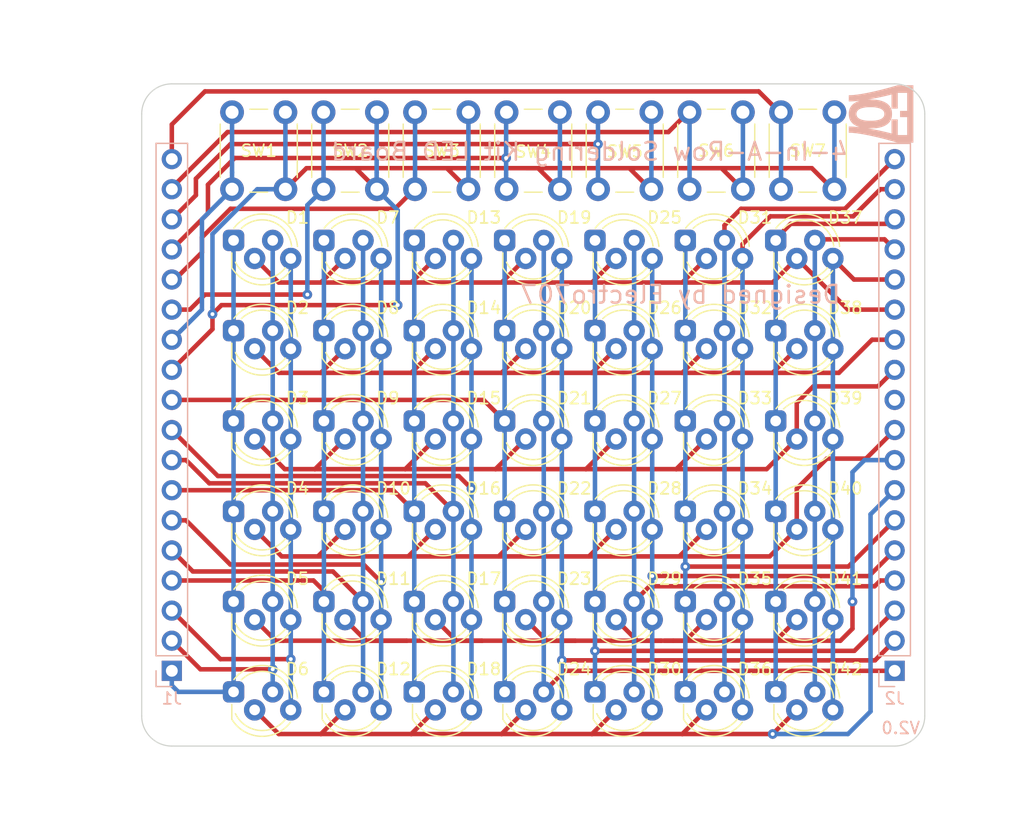
<source format=kicad_pcb>
(kicad_pcb (version 20210228) (generator pcbnew)
  (layers (0 "F.Cu" signal) (31 "B.Cu" signal) (34 "B.Paste" user) (35 "F.Paste" user) (36 "B.SilkS" user "B.Silkscreen") (37 "F.SilkS" user "F.Silkscreen") (38 "B.Mask" user) (39 "F.Mask" user) (44 "Edge.Cuts" user))
  (net 0 "")
  (net 1 "/R1")
  (net 2 "/R2")
  (net 3 "/R3")
  (net 4 "/R4")
  (net 5 "/R5")
  (net 6 "/R6")
  (net 7 "/C5G")
  (net 8 "/C5R")
  (net 9 "/C4B")
  (net 10 "/C4G")
  (net 11 "/C4R")
  (net 12 "/C3B")
  (net 13 "/C3G")
  (net 14 "/C3R")
  (net 15 "/C2B")
  (net 16 "/C2G")
  (net 17 "/C2R")
  (net 18 "/C1B")
  (net 19 "/C1G")
  (net 20 "/C1R")
  (net 21 "/C7B")
  (net 22 "/C7G")
  (net 23 "/C7R")
  (net 24 "/C6B")
  (net 25 "/C6G")
  (net 26 "/C6R")
  (net 27 "/C5B")
  (net 28 "/SW_7")
  (net 29 "/SW_6")
  (net 30 "/SW_5")
  (net 31 "/SW_4")
  (net 32 "/SW_3")
  (net 33 "/SW_2")
  (net 34 "/SW_1")
  (net 35 "/SW_C")
  (footprint "LED_THT:LED_D5.0mm-4_RGB_Staggered_Pins" (layer "F.Cu") (at 221.107 71.628)
    (fp_text reference "D26")
    (fp_text value "LED_RCGB")
  )
  (footprint "LED_THT:LED_D5.0mm-4_RGB_Staggered_Pins" (layer "F.Cu") (at 213.487 71.628)
    (fp_text reference "D20")
    (fp_text value "LED_RCGB")
  )
  (footprint "LED_THT:LED_D5.0mm-4_RGB_Staggered_Pins" (layer "F.Cu") (at 205.867 71.628)
    (fp_text reference "D14")
    (fp_text value "LED_RCGB")
  )
  (footprint "LED_THT:LED_D5.0mm-4_RGB_Staggered_Pins" (layer "F.Cu") (at 198.247 71.628)
    (fp_text reference "D8")
    (fp_text value "LED_RCGB")
  )
  (footprint "LED_THT:LED_D5.0mm-4_RGB_Staggered_Pins" (layer "F.Cu") (at 228.727 79.248)
    (fp_text reference "D33")
    (fp_text value "LED_RCGB")
  )
  (footprint "LED_THT:LED_D5.0mm-4_RGB_Staggered_Pins" (layer "F.Cu") (at 221.107 79.248)
    (fp_text reference "D27")
    (fp_text value "LED_RCGB")
  )
  (footprint "LED_THT:LED_D5.0mm-4_RGB_Staggered_Pins" (layer "F.Cu") (at 213.487 79.248)
    (fp_text reference "D21")
    (fp_text value "LED_RCGB")
  )
  (footprint "LED_THT:LED_D5.0mm-4_RGB_Staggered_Pins" (layer "F.Cu") (at 205.867 79.248)
    (fp_text reference "D15")
    (fp_text value "LED_RCGB")
  )
  (footprint "LED_THT:LED_D5.0mm-4_RGB_Staggered_Pins" (layer "F.Cu") (at 221.107 86.868)
    (fp_text reference "D28")
    (fp_text value "LED_RCGB")
  )
  (footprint "LED_THT:LED_D5.0mm-4_RGB_Staggered_Pins" (layer "F.Cu") (at 228.727 86.868)
    (fp_text reference "D34")
    (fp_text value "LED_RCGB")
  )
  (footprint "LED_THT:LED_D5.0mm-4_RGB_Staggered_Pins" (layer "F.Cu") (at 190.627 71.628)
    (fp_text reference "D2")
    (fp_text value "LED_RCGB")
  )
  (footprint "LED_THT:LED_D5.0mm-4_RGB_Staggered_Pins" (layer "F.Cu") (at 198.247 79.248)
    (fp_text reference "D9")
    (fp_text value "LED_RCGB")
  )
  (footprint "LED_THT:LED_D5.0mm-4_RGB_Staggered_Pins" (layer "F.Cu") (at 190.627 79.248)
    (fp_text reference "D3")
    (fp_text value "LED_RCGB")
  )
  (footprint "LED_THT:LED_D5.0mm-4_RGB_Staggered_Pins" (layer "F.Cu") (at 236.347 71.628)
    (fp_text reference "D38")
    (fp_text value "LED_RCGB")
  )
  (footprint "LED_THT:LED_D5.0mm-4_RGB_Staggered_Pins" (layer "F.Cu") (at 228.727 71.628)
    (fp_text reference "D32")
    (fp_text value "LED_RCGB")
  )
  (footprint "LED_THT:LED_D5.0mm-4_RGB_Staggered_Pins" (layer "F.Cu") (at 198.247 64.008)
    (fp_text reference "D7")
    (fp_text value "LED_RCGB")
  )
  (footprint "LED_THT:LED_D5.0mm-4_RGB_Staggered_Pins" (layer "F.Cu") (at 213.487 102.108)
    (fp_text reference "D24")
    (fp_text value "LED_RCGB")
  )
  (footprint "LED_THT:LED_D5.0mm-4_RGB_Staggered_Pins" (layer "F.Cu") (at 205.867 102.108)
    (fp_text reference "D18")
    (fp_text value "LED_RCGB")
  )
  (footprint "LED_THT:LED_D5.0mm-4_RGB_Staggered_Pins" (layer "F.Cu") (at 198.247 102.108)
    (fp_text reference "D12")
    (fp_text value "LED_RCGB")
  )
  (footprint "LED_THT:LED_D5.0mm-4_RGB_Staggered_Pins" (layer "F.Cu") (at 190.627 102.108)
    (fp_text reference "D6")
    (fp_text value "LED_RCGB")
  )
  (footprint "LED_THT:LED_D5.0mm-4_RGB_Staggered_Pins" (layer "F.Cu") (at 236.347 94.488)
    (fp_text reference "D41")
    (fp_text value "LED_RCGB")
  )
  (footprint "LED_THT:LED_D5.0mm-4_RGB_Staggered_Pins" (layer "F.Cu") (at 228.727 94.488)
    (fp_text reference "D35")
    (fp_text value "LED_RCGB")
  )
  (footprint "LED_THT:LED_D5.0mm-4_RGB_Staggered_Pins" (layer "F.Cu") (at 228.727 64.008)
    (fp_text reference "D31")
    (fp_text value "LED_RCGB")
  )
  (footprint "LED_THT:LED_D5.0mm-4_RGB_Staggered_Pins" (layer "F.Cu") (at 221.107 64.008)
    (fp_text reference "D25")
    (fp_text value "LED_RCGB")
  )
  (footprint "LED_THT:LED_D5.0mm-4_RGB_Staggered_Pins" (layer "F.Cu") (at 213.487 86.868)
    (fp_text reference "D22")
    (fp_text value "LED_RCGB")
  )
  (footprint "LED_THT:LED_D5.0mm-4_RGB_Staggered_Pins" (layer "F.Cu") (at 205.867 86.868)
    (fp_text reference "D16")
    (fp_text value "LED_RCGB")
  )
  (footprint "LED_THT:LED_D5.0mm-4_RGB_Staggered_Pins" (layer "F.Cu") (at 236.347 86.868)
    (fp_text reference "D40")
    (fp_text value "LED_RCGB")
  )
  (footprint "LED_THT:LED_D5.0mm-4_RGB_Staggered_Pins" (layer "F.Cu") (at 198.247 86.868)
    (fp_text reference "D10")
    (fp_text value "LED_RCGB")
  )
  (footprint "LED_THT:LED_D5.0mm-4_RGB_Staggered_Pins" (layer "F.Cu") (at 190.627 86.868)
    (fp_text reference "D4")
    (fp_text value "LED_RCGB")
  )
  (footprint "LED_THT:LED_D5.0mm-4_RGB_Staggered_Pins" (layer "F.Cu") (at 236.347 79.248)
    (fp_text reference "D39")
    (fp_text value "LED_RCGB")
  )
  (footprint "LED_THT:LED_D5.0mm-4_RGB_Staggered_Pins" (layer "F.Cu") (at 236.347 102.108)
    (fp_text reference "D42")
    (fp_text value "LED_RCGB")
  )
  (footprint "LED_THT:LED_D5.0mm-4_RGB_Staggered_Pins" (layer "F.Cu") (at 228.727 102.108)
    (fp_text reference "D36")
    (fp_text value "LED_RCGB")
  )
  (footprint "LED_THT:LED_D5.0mm-4_RGB_Staggered_Pins" (layer "F.Cu") (at 221.107 102.108)
    (fp_text reference "D30")
    (fp_text value "LED_RCGB")
  )
  (footprint "LED_THT:LED_D5.0mm-4_RGB_Staggered_Pins" (layer "F.Cu") (at 213.487 64.008)
    (fp_text reference "D19")
    (fp_text value "LED_RCGB")
  )
  (footprint "LED_THT:LED_D5.0mm-4_RGB_Staggered_Pins" (layer "F.Cu") (at 205.867 64.008)
    (fp_text reference "D13")
    (fp_text value "LED_RCGB")
  )
  (footprint "LED_THT:LED_D5.0mm-4_RGB_Staggered_Pins" (layer "F.Cu") (at 198.247 94.488)
    (fp_text reference "D11")
    (fp_text value "LED_RCGB")
  )
  (footprint "LED_THT:LED_D5.0mm-4_RGB_Staggered_Pins" (layer "F.Cu") (at 190.627 94.488)
    (fp_text reference "D5")
    (fp_text value "LED_RCGB")
  )
  (footprint "LED_THT:LED_D5.0mm-4_RGB_Staggered_Pins" (layer "F.Cu") (at 221.107 94.488)
    (fp_text reference "D29")
    (fp_text value "LED_RCGB")
  )
  (footprint "LED_THT:LED_D5.0mm-4_RGB_Staggered_Pins" (layer "F.Cu") (at 213.487 94.488)
    (fp_text reference "D23")
    (fp_text value "LED_RCGB")
  )
  (footprint "LED_THT:LED_D5.0mm-4_RGB_Staggered_Pins" (layer "F.Cu") (at 205.867 94.488)
    (fp_text reference "D17")
    (fp_text value "LED_RCGB")
  )
  (footprint "LED_THT:LED_D5.0mm-4_RGB_Staggered_Pins" (layer "F.Cu") (at 236.347 64.008)
    (fp_text reference "D37")
    (fp_text value "LED_RCGB")
  )
  (footprint "Button_Switch_THT:SW_PUSH_6mm_H8mm" (layer "F.Cu") (at 229.08333 59.69 90)
    (fp_text reference "SW6")
    (fp_text value "SW_Push")
  )
  (footprint "Button_Switch_THT:SW_PUSH_6mm_H8mm" (layer "F.Cu") (at 205.933332 59.69 90)
    (fp_text reference "SW3")
    (fp_text value "SW_Push")
  )
  (footprint "Button_Switch_THT:SW_PUSH_6mm_H8mm" (layer "F.Cu") (at 213.649998 59.69 90)
    (fp_text reference "SW4")
    (fp_text value "SW_Push")
  )
  (footprint "Button_Switch_THT:SW_PUSH_6mm_H8mm" (layer "F.Cu") (at 221.366664 59.69 90)
    (fp_text reference "SW5")
    (fp_text value "SW_Push")
  )
  (footprint "Button_Switch_THT:SW_PUSH_6mm_H8mm" (layer "F.Cu") (at 198.216666 59.69 90)
    (fp_text reference "SW2")
    (fp_text value "SW_Push")
  )
  (footprint "Button_Switch_THT:SW_PUSH_6mm_H8mm" (layer "F.Cu") (at 190.5 59.69 90)
    (fp_text reference "SW1")
    (fp_text value "SW_Push")
  )
  (footprint "Button_Switch_THT:SW_PUSH_6mm_H8mm" (layer "F.Cu") (at 236.8 59.69 90)
    (fp_text reference "SW7")
    (fp_text value "SW_Push")
  )
  (footprint "LED_THT:LED_D5.0mm-4_RGB_Staggered_Pins" (layer "F.Cu") (at 190.627 64.008)
    (fp_text reference "D1")
    (fp_text value "LED_RCGB")
  )
  (footprint "Connector_PinHeader_2.54mm:PinHeader_1x18_P2.54mm_Vertical" (layer "B.Cu") (at 246.38 100.33)
    (fp_text reference "J2")
    (fp_text value "Conn_01x18_Male")
  )
  (footprint "Connector_PinHeader_2.54mm:PinHeader_1x18_P2.54mm_Vertical" (layer "B.Cu") (at 185.42 100.33)
    (fp_text reference "J1")
    (fp_text value "Conn_01x18_Male")
  )
  (footprint "Logo:new_707_logo_6x6.6" (layer "B.Cu") (at 245.237 53.34 90)
    (fp_text reference "G***" hide)
    (fp_text value "LOGO" hide)
  )
  (gr_line (start 248.92 104.14) (end 248.92 53.34) (layer "Edge.Cuts") (width 0.1))
  (gr_line (start 246.38 50.8) (end 185.42 50.8) (layer "Edge.Cuts") (width 0.1))
  (gr_arc (start 246.38 53.34) (end 246.38 50.8) (angle 90) (layer "Edge.Cuts") (width 0.1))
  (gr_arc (start 246.38 104.14) (end 246.38 106.68) (angle -90) (layer "Edge.Cuts") (width 0.1))
  (gr_arc (start 185.42 104.14) (end 182.88 104.14) (angle -90) (layer "Edge.Cuts") (width 0.1))
  (gr_line (start 185.42 106.68) (end 246.38 106.68) (layer "Edge.Cuts") (width 0.1))
  (gr_arc (start 185.42 53.34) (end 185.42 50.8) (angle -90) (layer "Edge.Cuts") (width 0.1))
  (gr_line (start 182.88 53.34) (end 182.88 104.14) (layer "Edge.Cuts") (width 0.1))
  (gr_text "4-In-A-Row Soldering Kit LED Board" (at 242.57 56.515) (layer "B.SilkS") (effects (font (size 1.5 1.5) (thickness 0.2032)) (justify left mirror)))
  (gr_text "V2.0\n" (at 246.888 105.156) (layer "B.SilkS") (effects (font (size 1 1)) (justify mirror)))
  (gr_text "Designed by Electro707" (at 241.935 68.58) (layer "B.SilkS") (effects (font (size 1.5 1.5) (thickness 0.2032)) (justify left mirror)))
  (segment (start 197.993 67.564) (end 200.025 65.532) (width 0.381) (layer "F.Cu") (net 1))
  (segment (start 213.233 67.564) (end 215.265 65.532) (width 0.381) (layer "F.Cu") (net 1))
  (segment (start 220.853 67.564) (end 222.885 65.532) (width 0.381) (layer "F.Cu") (net 1))
  (segment (start 192.405 65.532) (end 194.437 67.564) (width 0.381) (layer "F.Cu") (net 1))
  (segment (start 213.233 67.564) (end 217.424 67.564) (width 0.381) (layer "F.Cu") (net 1))
  (segment (start 228.473 67.564) (end 236.093 67.564) (width 0.381) (layer "F.Cu") (net 1))
  (segment (start 217.424 67.564) (end 220.853 67.564) (width 0.381) (layer "F.Cu") (net 1))
  (segment (start 197.993 67.564) (end 205.613 67.564) (width 0.381) (layer "F.Cu") (net 1))
  (segment (start 205.613 67.564) (end 207.645 65.532) (width 0.381) (layer "F.Cu") (net 1))
  (segment (start 242.443 69.85) (end 246.38 69.85) (width 0.381) (layer "F.Cu") (net 1))
  (segment (start 217.297 67.564) (end 217.424 67.564) (width 0.381) (layer "F.Cu") (net 1))
  (segment (start 238.125 65.532) (end 242.443 69.85) (width 0.381) (layer "F.Cu") (net 1))
  (segment (start 220.853 67.564) (end 228.473 67.564) (width 0.381) (layer "F.Cu") (net 1))
  (segment (start 228.473 67.564) (end 230.505 65.532) (width 0.381) (layer "F.Cu") (net 1))
  (segment (start 236.093 67.564) (end 238.125 65.532) (width 0.381) (layer "F.Cu") (net 1))
  (segment (start 205.613 67.564) (end 213.233 67.564) (width 0.381) (layer "F.Cu") (net 1))
  (segment (start 194.437 67.564) (end 197.993 67.564) (width 0.381) (layer "F.Cu") (net 1))
  (segment (start 194.437 75.184) (end 197.993 75.184) (width 0.381) (layer "F.Cu") (net 2))
  (segment (start 213.233 75.184) (end 220.853 75.184) (width 0.381) (layer "F.Cu") (net 2))
  (segment (start 205.613 75.184) (end 213.233 75.184) (width 0.381) (layer "F.Cu") (net 2))
  (segment (start 197.993 75.184) (end 205.613 75.184) (width 0.381) (layer "F.Cu") (net 2))
  (segment (start 213.233 75.184) (end 215.265 73.152) (width 0.381) (layer "F.Cu") (net 2))
  (segment (start 228.473 75.184) (end 236.093 75.184) (width 0.381) (layer "F.Cu") (net 2))
  (segment (start 228.473 75.184) (end 230.505 73.152) (width 0.381) (layer "F.Cu") (net 2))
  (segment (start 236.093 75.184) (end 241.681 75.184) (width 0.381) (layer "F.Cu") (net 2))
  (segment (start 220.853 75.184) (end 228.473 75.184) (width 0.381) (layer "F.Cu") (net 2))
  (segment (start 220.853 75.184) (end 222.885 73.152) (width 0.381) (layer "F.Cu") (net 2))
  (segment (start 236.093 75.184) (end 238.125 73.152) (width 0.381) (layer "F.Cu") (net 2))
  (segment (start 192.405 73.152) (end 194.437 75.184) (width 0.381) (layer "F.Cu") (net 2))
  (segment (start 205.613 75.184) (end 207.645 73.152) (width 0.381) (layer "F.Cu") (net 2))
  (segment (start 197.993 75.184) (end 200.025 73.152) (width 0.381) (layer "F.Cu") (net 2))
  (segment (start 244.475 72.39) (end 246.38 72.39) (width 0.381) (layer "F.Cu") (net 2))
  (segment (start 241.681 75.184) (end 244.475 72.39) (width 0.381) (layer "F.Cu") (net 2))
  (segment (start 205.105 83.312) (end 207.645 80.772) (width 0.381) (layer "F.Cu") (net 3))
  (segment (start 194.945 83.312) (end 197.485 83.312) (width 0.381) (layer "F.Cu") (net 3))
  (segment (start 220.345 83.312) (end 222.885 80.772) (width 0.381) (layer "F.Cu") (net 3))
  (segment (start 212.725 83.312) (end 220.345 83.312) (width 0.381) (layer "F.Cu") (net 3))
  (segment (start 239.522 76.327) (end 244.983 76.327) (width 0.381) (layer "F.Cu") (net 3))
  (segment (start 227.965 83.312) (end 230.505 80.772) (width 0.381) (layer "F.Cu") (net 3))
  (segment (start 197.485 83.312) (end 205.105 83.312) (width 0.381) (layer "F.Cu") (net 3))
  (segment (start 244.983 76.327) (end 246.38 74.93) (width 0.381) (layer "F.Cu") (net 3))
  (segment (start 238.125 80.772) (end 238.125 77.724) (width 0.381) (layer "F.Cu") (net 3))
  (segment (start 212.725 83.312) (end 215.265 80.772) (width 0.381) (layer "F.Cu") (net 3))
  (segment (start 235.585 83.312) (end 238.125 80.772) (width 0.381) (layer "F.Cu") (net 3))
  (segment (start 192.405 80.772) (end 194.945 83.312) (width 0.381) (layer "F.Cu") (net 3))
  (segment (start 197.485 83.312) (end 200.025 80.772) (width 0.381) (layer "F.Cu") (net 3))
  (segment (start 227.965 83.312) (end 235.585 83.312) (width 0.381) (layer "F.Cu") (net 3))
  (segment (start 205.105 83.312) (end 212.725 83.312) (width 0.381) (layer "F.Cu") (net 3))
  (segment (start 238.125 77.724) (end 239.522 76.327) (width 0.381) (layer "F.Cu") (net 3))
  (segment (start 220.345 83.312) (end 227.965 83.312) (width 0.381) (layer "F.Cu") (net 3))
  (segment (start 238.125 88.392) (end 238.125 84.963) (width 0.381) (layer "F.Cu") (net 4))
  (segment (start 192.405 88.392) (end 194.691 90.678) (width 0.381) (layer "F.Cu") (net 4))
  (segment (start 205.359 90.678) (end 212.979 90.678) (width 0.381) (layer "F.Cu") (net 4))
  (segment (start 197.739 90.678) (end 205.359 90.678) (width 0.381) (layer "F.Cu") (net 4))
  (segment (start 197.739 90.678) (end 200.025 88.392) (width 0.381) (layer "F.Cu") (net 4))
  (segment (start 228.219 90.678) (end 235.839 90.678) (width 0.381) (layer "F.Cu") (net 4))
  (segment (start 194.691 90.678) (end 197.739 90.678) (width 0.381) (layer "F.Cu") (net 4))
  (segment (start 212.979 90.678) (end 215.265 88.392) (width 0.381) (layer "F.Cu") (net 4))
  (segment (start 235.839 90.678) (end 238.125 88.392) (width 0.381) (layer "F.Cu") (net 4))
  (segment (start 212.979 90.678) (end 220.599 90.678) (width 0.381) (layer "F.Cu") (net 4))
  (segment (start 228.219 90.678) (end 230.505 88.392) (width 0.381) (layer "F.Cu") (net 4))
  (segment (start 220.599 90.678) (end 228.219 90.678) (width 0.381) (layer "F.Cu") (net 4))
  (segment (start 238.125 84.963) (end 240.665 82.423) (width 0.381) (layer "F.Cu") (net 4))
  (segment (start 240.665 82.423) (end 243.967 82.423) (width 0.381) (layer "F.Cu") (net 4))
  (segment (start 205.359 90.678) (end 207.645 88.392) (width 0.381) (layer "F.Cu") (net 4))
  (segment (start 243.967 82.423) (end 246.38 80.01) (width 0.381) (layer "F.Cu") (net 4))
  (segment (start 220.599 90.678) (end 222.885 88.392) (width 0.381) (layer "F.Cu") (net 4))
  (segment (start 200.025 96.012) (end 201.803 97.79) (width 0.381) (layer "F.Cu") (net 5))
  (segment (start 241.808 97.79) (end 236.347 97.79) (width 0.381) (layer "F.Cu") (net 5))
  (segment (start 215.265 96.012) (end 217.043 97.79) (width 0.381) (layer "F.Cu") (net 5))
  (segment (start 224.663 97.79) (end 226.695 97.79) (width 0.381) (layer "F.Cu") (net 5))
  (segment (start 205.232 97.79) (end 211.582 97.79) (width 0.381) (layer "F.Cu") (net 5))
  (segment (start 226.695 97.79) (end 227.711 97.79) (width 0.381) (layer "F.Cu") (net 5))
  (segment (start 207.645 96.012) (end 209.423 97.79) (width 0.381) (layer "F.Cu") (net 5))
  (segment (start 194.818 97.79) (end 205.232 97.79) (width 0.381) (layer "F.Cu") (net 5))
  (segment (start 192.405 96.012) (end 194.183 97.79) (width 0.381) (layer "F.Cu") (net 5))
  (segment (start 219.456 97.79) (end 226.695 97.79) (width 0.381) (layer "F.Cu") (net 5))
  (segment (start 194.1195 97.7265) (end 194.183 97.79) (width 0.381) (layer "F.Cu") (net 5))
  (segment (start 211.582 97.79) (end 219.456 97.79) (width 0.381) (layer "F.Cu") (net 5))
  (segment (start 201.803 97.79) (end 205.232 97.79) (width 0.381) (layer "F.Cu") (net 5))
  (segment (start 217.043 97.79) (end 219.456 97.79) (width 0.381) (layer "F.Cu") (net 5))
  (segment (start 228.727 97.79) (end 230.505 96.012) (width 0.381) (layer "F.Cu") (net 5))
  (segment (start 242.824 96.774) (end 241.808 97.79) (width 0.381) (layer "F.Cu") (net 5))
  (segment (start 222.885 96.012) (end 224.663 97.79) (width 0.381) (layer "F.Cu") (net 5))
  (segment (start 226.949 97.79) (end 228.727 97.79) (width 0.381) (layer "F.Cu") (net 5))
  (segment (start 228.727 97.79) (end 236.347 97.79) (width 0.381) (layer "F.Cu") (net 5))
  (segment (start 242.824 94.488) (end 242.824 96.774) (width 0.381) (layer "F.Cu") (net 5))
  (segment (start 194.183 97.79) (end 194.818 97.79) (width 0.381) (layer "F.Cu") (net 5))
  (segment (start 209.423 97.79) (end 211.582 97.79) (width 0.381) (layer "F.Cu") (net 5))
  (segment (start 236.347 97.79) (end 238.125 96.012) (width 0.381) (layer "F.Cu") (net 5))
  (segment (start 227.711 97.79) (end 228.727 97.79) (width 0.381) (layer "F.Cu") (net 5))
  (via (at 242.824 94.488) (size 0.8128) (drill 0.3302) (layers "F.Cu" "B.Cu") (net 5))
  (segment (start 242.824 83.566) (end 242.824 94.488) (width 0.381) (layer "B.Cu") (net 5))
  (segment (start 243.84 82.55) (end 242.824 83.566) (width 0.381) (layer "B.Cu") (net 5))
  (segment (start 246.38 82.55) (end 243.84 82.55) (width 0.381) (layer "B.Cu") (net 5))
  (segment (start 197.993 105.664) (end 200.025 103.632) (width 0.381) (layer "F.Cu") (net 6))
  (segment (start 220.853 105.664) (end 228.473 105.664) (width 0.381) (layer "F.Cu") (net 6))
  (segment (start 236.093 105.664) (end 238.125 103.632) (width 0.381) (layer "F.Cu") (net 6))
  (segment (start 213.233 105.664) (end 215.265 103.632) (width 0.381) (layer "F.Cu") (net 6))
  (segment (start 197.993 105.664) (end 205.613 105.664) (width 0.381) (layer "F.Cu") (net 6))
  (segment (start 205.613 105.664) (end 207.645 103.632) (width 0.381) (layer "F.Cu") (net 6))
  (segment (start 228.473 105.664) (end 230.505 103.632) (width 0.381) (layer "F.Cu") (net 6))
  (segment (start 228.473 105.664) (end 236.093 105.664) (width 0.381) (layer "F.Cu") (net 6))
  (segment (start 194.437 105.664) (end 197.993 105.664) (width 0.381) (layer "F.Cu") (net 6))
  (segment (start 205.613 105.664) (end 213.233 105.664) (width 0.381) (layer "F.Cu") (net 6))
  (segment (start 213.233 105.664) (end 220.853 105.664) (width 0.381) (layer "F.Cu") (net 6))
  (segment (start 192.405 103.632) (end 194.437 105.664) (width 0.381) (layer "F.Cu") (net 6))
  (segment (start 220.853 105.664) (end 222.885 103.632) (width 0.381) (layer "F.Cu") (net 6))
  (via (at 236.093 105.664) (size 0.8128) (drill 0.3302) (layers "F.Cu" "B.Cu") (net 6))
  (segment (start 244.348 87.122) (end 244.348 103.759) (width 0.381) (layer "B.Cu") (net 6))
  (segment (start 242.443 105.664) (end 236.093 105.664) (width 0.381) (layer "B.Cu") (net 6))
  (segment (start 246.38 85.09) (end 244.348 87.122) (width 0.381) (layer "B.Cu") (net 6))
  (segment (start 244.348 103.759) (end 242.443 105.664) (width 0.381) (layer "B.Cu") (net 6))
  (segment (start 244.693629 93.19429) (end 225.70271 93.19429) (width 0.381) (layer "F.Cu") (net 7))
  (segment (start 245.177919 92.71) (end 244.693629 93.19429) (width 0.381) (layer "F.Cu") (net 7))
  (segment (start 246.38 92.71) (end 245.177919 92.71) (width 0.381) (layer "F.Cu") (net 7))
  (segment (start 225.70271 93.19429) (end 224.409 94.488) (width 0.381) (layer "F.Cu") (net 7))
  (segment (start 224.409 102.108) (end 224.409 64.008) (width 0.381) (layer "B.Cu") (net 7))
  (segment (start 242.9827 98.6473) (end 246.38 95.25) (width 0.381) (layer "F.Cu") (net 8))
  (segment (start 221.107 98.6473) (end 242.9827 98.6473) (width 0.381) (layer "F.Cu") (net 8))
  (segment (start 221.107 95.388) (end 221.107 94.488) (width 0.381) (layer "F.Cu") (net 8))
  (via (at 221.107 98.6473) (size 0.8128) (drill 0.3302) (layers "F.Cu" "B.Cu") (net 8))
  (segment (start 221.107 64.008) (end 221.107 102.108) (width 0.381) (layer "B.Cu") (net 8))
  (segment (start 218.319411 99.447411) (end 218.313 99.441) (width 0.381) (layer "F.Cu") (net 9))
  (segment (start 244.722589 99.447411) (end 218.319411 99.447411) (width 0.381) (layer "F.Cu") (net 9))
  (segment (start 246.38 97.79) (end 244.722589 99.447411) (width 0.381) (layer "F.Cu") (net 9))
  (via (at 218.313 99.441) (size 0.8128) (drill 0.3302) (layers "F.Cu" "B.Cu") (net 9))
  (segment (start 218.313 99.441) (end 218.313 65.532) (width 0.381) (layer "B.Cu") (net 9))
  (segment (start 218.313 103.632) (end 218.313 99.441) (width 0.381) (layer "B.Cu") (net 9))
  (segment (start 246.38 100.33) (end 218.567 100.33) (width 0.381) (layer "F.Cu") (net 10))
  (segment (start 218.567 100.33) (end 216.789 102.108) (width 0.381) (layer "F.Cu") (net 10))
  (segment (start 216.789 64.008) (end 216.789 102.108) (width 0.381) (layer "B.Cu") (net 10))
  (segment (start 211.709 77.47) (end 213.487 79.248) (width 0.381) (layer "F.Cu") (net 11))
  (segment (start 185.42 77.47) (end 211.709 77.47) (width 0.381) (layer "F.Cu") (net 11))
  (segment (start 213.487 102.108) (end 213.487 64.008) (width 0.381) (layer "B.Cu") (net 11))
  (segment (start 185.42 80.01) (end 189.30621 83.89621) (width 0.381) (layer "F.Cu") (net 12))
  (segment (start 209.62621 83.89621) (end 210.693 84.963) (width 0.381) (layer "F.Cu") (net 12))
  (segment (start 189.30621 83.89621) (end 209.62621 83.89621) (width 0.381) (layer "F.Cu") (net 12))
  (via (at 210.693 84.963) (size 0.8128) (drill 0.3302) (layers "F.Cu" "B.Cu") (net 12))
  (segment (start 210.693 65.532) (end 210.693 84.963) (width 0.381) (layer "B.Cu") (net 12))
  (segment (start 210.693 84.963) (end 210.693 103.632) (width 0.381) (layer "B.Cu") (net 12))
  (segment (start 188.577871 84.50579) (end 206.80679 84.50579) (width 0.381) (layer "F.Cu") (net 13))
  (segment (start 186.622081 82.55) (end 188.577871 84.50579) (width 0.381) (layer "F.Cu") (net 13))
  (segment (start 206.80679 84.50579) (end 209.169 86.868) (width 0.381) (layer "F.Cu") (net 13))
  (segment (start 185.42 82.55) (end 186.622081 82.55) (width 0.381) (layer "F.Cu") (net 13))
  (segment (start 209.169 64.008) (end 209.169 102.108) (width 0.381) (layer "B.Cu") (net 13))
  (segment (start 185.42 85.09) (end 204.089 85.09) (width 0.381) (layer "F.Cu") (net 14))
  (segment (start 204.089 85.09) (end 205.867 86.868) (width 0.381) (layer "F.Cu") (net 14))
  (segment (start 205.867 102.108) (end 205.867 101.208) (width 0.381) (layer "B.Cu") (net 14))
  (segment (start 205.867 101.208) (end 205.867 64.008) (width 0.381) (layer "B.Cu") (net 14))
  (segment (start 186.622081 87.63) (end 190.355871 91.36379) (width 0.381) (layer "F.Cu") (net 15))
  (segment (start 185.42 87.63) (end 186.622081 87.63) (width 0.381) (layer "F.Cu") (net 15))
  (segment (start 190.355871 91.36379) (end 201.59979 91.36379) (width 0.381) (layer "F.Cu") (net 15))
  (segment (start 201.59979 91.36379) (end 203.073 92.837) (width 0.381) (layer "F.Cu") (net 15))
  (via (at 203.073 92.837) (size 0.8128) (drill 0.3302) (layers "F.Cu" "B.Cu") (net 15))
  (segment (start 203.073 65.532) (end 203.073 92.837) (width 0.381) (layer "B.Cu") (net 15))
  (segment (start 203.073 92.837) (end 203.073 103.632) (width 0.381) (layer "B.Cu") (net 15))
  (segment (start 187.198 91.948) (end 199.009 91.948) (width 0.381) (layer "F.Cu") (net 16))
  (segment (start 199.009 91.948) (end 201.549 94.488) (width 0.381) (layer "F.Cu") (net 16))
  (segment (start 185.42 90.17) (end 187.198 91.948) (width 0.381) (layer "F.Cu") (net 16))
  (segment (start 201.549 102.108) (end 201.549 64.008) (width 0.381) (layer "B.Cu") (net 16))
  (segment (start 198.247 93.588) (end 198.247 94.488) (width 0.381) (layer "F.Cu") (net 17))
  (segment (start 185.42 92.71) (end 197.369 92.71) (width 0.381) (layer "F.Cu") (net 17))
  (segment (start 197.369 92.71) (end 198.247 93.588) (width 0.381) (layer "F.Cu") (net 17))
  (segment (start 198.247 64.008) (end 198.247 102.108) (width 0.381) (layer "B.Cu") (net 17))
  (segment (start 189.5157 99.3457) (end 195.453 99.3457) (width 0.381) (layer "F.Cu") (net 18))
  (segment (start 185.42 95.25) (end 189.5157 99.3457) (width 0.381) (layer "F.Cu") (net 18))
  (via (at 195.453 99.3457) (size 0.8128) (drill 0.3302) (layers "F.Cu" "B.Cu") (net 18))
  (segment (start 195.453 103.632) (end 195.453 65.532) (width 0.381) (layer "B.Cu") (net 18))
  (segment (start 185.42 97.79) (end 187.833 100.203) (width 0.381) (layer "F.Cu") (net 19))
  (segment (start 187.833 100.203) (end 193.929 100.203) (width 0.381) (layer "F.Cu") (net 19))
  (via (at 193.929 100.203) (size 0.8128) (drill 0.3302) (layers "F.Cu" "B.Cu") (net 19))
  (segment (start 193.929 65.141322) (end 193.929 64.008) (width 0.381) (layer "B.Cu") (net 19))
  (segment (start 193.929 100.203) (end 193.929 65.141322) (width 0.381) (layer "B.Cu") (net 19))
  (segment (start 193.929 102.108) (end 193.929 100.203) (width 0.381) (layer "B.Cu") (net 19))
  (segment (start 185.42 101.561) (end 185.967 102.108) (width 0.381) (layer "B.Cu") (net 20))
  (segment (start 185.967 102.108) (end 189.727 102.108) (width 0.381) (layer "B.Cu") (net 20))
  (segment (start 185.42 100.33) (end 185.42 101.561) (width 0.381) (layer "B.Cu") (net 20))
  (segment (start 189.727 102.108) (end 190.627 102.108) (width 0.381) (layer "B.Cu") (net 20))
  (segment (start 190.627 64.008) (end 190.627 102.108) (width 0.381) (layer "B.Cu") (net 20))
  (segment (start 242.951 67.31) (end 241.173 65.532) (width 0.381) (layer "F.Cu") (net 21))
  (segment (start 246.38 67.31) (end 242.951 67.31) (width 0.381) (layer "F.Cu") (net 21))
  (segment (start 241.173 103.632) (end 241.173 65.532) (width 0.381) (layer "B.Cu") (net 21))
  (segment (start 239.736999 63.920001) (end 239.649 64.008) (width 0.381) (layer "F.Cu") (net 22))
  (segment (start 245.530001 63.920001) (end 239.736999 63.920001) (width 0.381) (layer "F.Cu") (net 22))
  (segment (start 246.38 64.77) (end 245.530001 63.920001) (width 0.381) (layer "F.Cu") (net 22))
  (segment (start 239.649 64.008) (end 239.649 102.108) (width 0.381) (layer "B.Cu") (net 22))
  (segment (start 237.6115 62.611) (end 245.999 62.611) (width 0.381) (layer "F.Cu") (net 23))
  (segment (start 236.347 64.008) (end 236.347 63.8755) (width 0.381) (layer "F.Cu") (net 23))
  (segment (start 236.347 63.8755) (end 237.6115 62.611) (width 0.381) (layer "F.Cu") (net 23))
  (segment (start 245.999 62.611) (end 246.38 62.23) (width 0.381) (layer "F.Cu") (net 23))
  (segment (start 236.347 102.108) (end 236.347 64.008) (width 0.381) (layer "B.Cu") (net 23))
  (segment (start 245.177919 59.69) (end 242.891919 61.976) (width 0.381) (layer "F.Cu") (net 24))
  (segment (start 242.891919 61.976) (end 235.901104 61.976) (width 0.381) (layer "F.Cu") (net 24))
  (segment (start 233.553 64.324104) (end 233.553 65.532) (width 0.381) (layer "F.Cu") (net 24))
  (segment (start 246.38 59.69) (end 245.177919 59.69) (width 0.381) (layer "F.Cu") (net 24))
  (segment (start 235.901104 61.976) (end 233.553 64.324104) (width 0.381) (layer "F.Cu") (net 24))
  (segment (start 233.553 103.632) (end 233.553 65.532) (width 0.381) (layer "B.Cu") (net 24))
  (segment (start 232.029 62.735208) (end 233.423208 61.341) (width 0.381) (layer "F.Cu") (net 25))
  (segment (start 242.189 61.341) (end 246.38 57.15) (width 0.381) (layer "F.Cu") (net 25))
  (segment (start 233.423208 61.341) (end 242.189 61.341) (width 0.381) (layer "F.Cu") (net 25))
  (segment (start 232.029 64.008) (end 232.029 62.735208) (width 0.381) (layer "F.Cu") (net 25))
  (segment (start 232.029 102.108) (end 232.029 64.008) (width 0.381) (layer "B.Cu") (net 25))
  (segment (start 246.38 87.63) (end 242.4747 91.5353) (width 0.381) (layer "F.Cu") (net 26))
  (segment (start 242.4747 91.5353) (end 228.727 91.5353) (width 0.381) (layer "F.Cu") (net 26))
  (via (at 228.727 91.5353) (size 0.8128) (drill 0.3302) (layers "F.Cu" "B.Cu") (net 26))
  (segment (start 228.727 102.108) (end 228.727 101.208) (width 0.381) (layer "B.Cu") (net 26))
  (segment (start 228.727 101.208) (end 228.727 64.008) (width 0.381) (layer "B.Cu") (net 26))
  (segment (start 246.38 90.17) (end 244.214589 92.335411) (width 0.381) (layer "F.Cu") (net 27))
  (segment (start 228.336535 92.329) (end 225.933 92.329) (width 0.381) (layer "F.Cu") (net 27))
  (segment (start 228.342946 92.335411) (end 228.336535 92.329) (width 0.381) (layer "F.Cu") (net 27))
  (segment (start 244.214589 92.335411) (end 228.342946 92.335411) (width 0.381) (layer "F.Cu") (net 27))
  (via (at 225.933 92.329) (size 0.8128) (drill 0.3302) (layers "F.Cu" "B.Cu") (net 27))
  (segment (start 225.933 65.532) (end 225.933 92.202) (width 0.381) (layer "B.Cu") (net 27))
  (segment (start 225.933 92.202) (end 225.933 92.329) (width 0.381) (layer "B.Cu") (net 27))
  (segment (start 225.933 103.632) (end 225.933 92.329) (width 0.381) (layer "B.Cu") (net 27))
  (segment (start 185.42 54.229) (end 188.214 51.435) (width 0.381) (layer "F.Cu") (net 28))
  (segment (start 234.918 51.435) (end 236.673 53.19) (width 0.381) (layer "F.Cu") (net 28))
  (segment (start 188.214 51.435) (end 234.918 51.435) (width 0.381) (layer "F.Cu") (net 28))
  (segment (start 185.42 57.15) (end 185.42 54.229) (width 0.381) (layer "F.Cu") (net 28))
  (segment (start 236.8 53.317) (end 236.673 53.19) (width 0.381) (layer "B.Cu") (net 28))
  (segment (start 236.8 59.563) (end 236.8 53.317) (width 0.381) (layer "B.Cu") (net 28))
  (segment (start 236.673 59.69) (end 236.8 59.563) (width 0.381) (layer "B.Cu") (net 28))
  (segment (start 185.42 59.69) (end 185.42 59.563) (width 0.381) (layer "F.Cu") (net 29))
  (segment (start 190.119 54.864) (end 227.3035 54.864) (width 0.381) (layer "F.Cu") (net 29))
  (segment (start 227.3035 54.864) (end 228.9775 53.19) (width 0.381) (layer "F.Cu") (net 29))
  (segment (start 185.42 59.563) (end 190.119 54.864) (width 0.381) (layer "F.Cu") (net 29))
  (segment (start 228.9775 59.69) (end 229.08333 59.69) (width 0.381) (layer "B.Cu") (net 29))
  (segment (start 229.08333 59.69) (end 229.08333 53.29583) (width 0.381) (layer "B.Cu") (net 29))
  (segment (start 229.08333 53.29583) (end 228.9775 53.19) (width 0.381) (layer "B.Cu") (net 29))
  (segment (start 190.373 55.88) (end 187.452 58.801) (width 0.381) (layer "F.Cu") (net 30))
  (segment (start 187.452 58.801) (end 187.452 60.198) (width 0.381) (layer "F.Cu") (net 30))
  (segment (start 221.361 55.88) (end 190.373 55.88) (width 0.381) (layer "F.Cu") (net 30))
  (segment (start 187.452 60.198) (end 185.42 62.23) (width 0.381) (layer "F.Cu") (net 30))
  (via (at 221.361 55.88) (size 0.8128) (drill 0.3302) (layers "F.Cu" "B.Cu") (net 30))
  (segment (start 221.361 59.611) (end 221.282 59.69) (width 0.381) (layer "B.Cu") (net 30))
  (segment (start 221.361 55.88) (end 221.361 59.611) (width 0.381) (layer "B.Cu") (net 30))
  (segment (start 221.361 55.88) (end 221.361 53.269) (width 0.381) (layer "B.Cu") (net 30))
  (segment (start 221.361 53.269) (end 221.282 53.19) (width 0.381) (layer "B.Cu") (net 30))
  (segment (start 188.468 59.309) (end 190.72229 57.05471) (width 0.381) (layer "F.Cu") (net 31))
  (segment (start 188.468 61.722) (end 188.468 59.309) (width 0.381) (layer "F.Cu") (net 31))
  (segment (start 185.42 64.77) (end 188.468 61.722) (width 0.381) (layer "F.Cu") (net 31))
  (segment (start 190.72229 57.05471) (end 213.614 57.05471) (width 0.381) (layer "F.Cu") (net 31))
  (via (at 213.614 57.05471) (size 0.8128) (drill 0.3302) (layers "F.Cu" "B.Cu") (net 31))
  (segment (start 213.5865 59.69) (end 213.614 59.6625) (width 0.381) (layer "B.Cu") (net 31))
  (segment (start 213.614 53.2175) (end 213.614 57.05471) (width 0.381) (layer "B.Cu") (net 31))
  (segment (start 213.5865 53.19) (end 213.614 53.2175) (width 0.381) (layer "B.Cu") (net 31))
  (segment (start 213.614 59.6625) (end 213.614 57.05471) (width 0.381) (layer "B.Cu") (net 31))
  (segment (start 185.42 67.31) (end 185.674 67.31) (width 0.381) (layer "F.Cu") (net 32))
  (segment (start 190.373 61.341) (end 204.24 61.341) (width 0.381) (layer "F.Cu") (net 32))
  (segment (start 185.674 67.31) (end 187.96 65.024) (width 0.381) (layer "F.Cu") (net 32))
  (segment (start 187.96 65.024) (end 187.96 63.754) (width 0.381) (layer "F.Cu") (net 32))
  (segment (start 204.24 61.341) (end 205.891 59.69) (width 0.381) (layer "F.Cu") (net 32))
  (segment (start 187.96 63.754) (end 190.373 61.341) (width 0.381) (layer "F.Cu") (net 32))
  (segment (start 205.891 59.69) (end 205.933332 59.647668) (width 0.381) (layer "B.Cu") (net 32))
  (segment (start 205.933332 59.647668) (end 205.933332 53.232332) (width 0.381) (layer "B.Cu") (net 32))
  (segment (start 205.933332 53.232332) (end 205.891 53.19) (width 0.381) (layer "B.Cu") (net 32))
  (segment (start 186.944 69.85) (end 188.214 68.58) (width 0.381) (layer "F.Cu") (net 33))
  (segment (start 185.42 69.85) (end 186.944 69.85) (width 0.381) (layer "F.Cu") (net 33))
  (segment (start 188.214 68.58) (end 196.85 68.58) (width 0.381) (layer "F.Cu") (net 33))
  (via (at 196.85 68.58) (size 0.8128) (drill 0.3302) (layers "F.Cu" "B.Cu") (net 33))
  (segment (start 198.216666 53.211166) (end 198.216666 59.668834) (width 0.381) (layer "B.Cu") (net 33))
  (segment (start 196.85 61.0355) (end 196.85 68.58) (width 0.381) (layer "B.Cu") (net 33))
  (segment (start 198.1955 53.19) (end 198.216666 53.211166) (width 0.381) (layer "B.Cu") (net 33))
  (segment (start 198.216666 59.668834) (end 196.85 61.0355) (width 0.381) (layer "B.Cu") (net 33))
  (segment (start 189.500001 60.689999) (end 190.5 59.69) (width 0.381) (layer "B.Cu") (net 34))
  (segment (start 187.96 62.23) (end 189.500001 60.689999) (width 0.381) (layer "B.Cu") (net 34))
  (segment (start 190.5 59.69) (end 190.5 58.275787) (width 0.381) (layer "B.Cu") (net 34))
  (segment (start 187.96 69.85) (end 187.96 62.23) (width 0.381) (layer "B.Cu") (net 34))
  (segment (start 185.42 72.39) (end 187.96 69.85) (width 0.381) (layer "B.Cu") (net 34))
  (segment (start 190.5 58.275787) (end 190.5 53.19) (width 0.381) (layer "B.Cu") (net 34))
  (segment (start 233.4775 59.69) (end 233.4775 59.6145) (width 0.381) (layer "F.Cu") (net 35))
  (segment (start 222.377 57.912) (end 228.473 57.912) (width 0.381) (layer "F.Cu") (net 35))
  (segment (start 188.849 71.501) (end 188.849 70.231) (width 0.381) (layer "F.Cu") (net 35))
  (segment (start 228.473 57.912) (end 239.395 57.912) (width 0.381) (layer "F.Cu") (net 35))
  (segment (start 218.0865 59.69) (end 216.3085 57.912) (width 0.381) (layer "F.Cu") (net 35))
  (segment (start 196.778 57.912) (end 198.882 57.912) (width 0.381) (layer "F.Cu") (net 35))
  (segment (start 204.47 69.469) (end 189.611 69.469) (width 0.381) (layer "F.Cu") (net 35))
  (segment (start 208.613 57.912) (end 215.265 57.912) (width 0.381) (layer "F.Cu") (net 35))
  (segment (start 216.3085 57.912) (end 215.265 57.912) (width 0.381) (layer "F.Cu") (net 35))
  (segment (start 208.613 57.912) (end 210.391 59.69) (width 0.381) (layer "F.Cu") (net 35))
  (segment (start 200.9175 57.912) (end 198.882 57.912) (width 0.381) (layer "F.Cu") (net 35))
  (segment (start 224.004 57.912) (end 222.377 57.912) (width 0.381) (layer "F.Cu") (net 35))
  (segment (start 239.395 57.912) (end 241.173 59.69) (width 0.381) (layer "F.Cu") (net 35))
  (segment (start 185.42 74.93) (end 188.849 71.501) (width 0.381) (layer "F.Cu") (net 35))
  (segment (start 189.611 69.469) (end 188.849 70.231) (width 0.381) (layer "F.Cu") (net 35))
  (segment (start 198.882 57.912) (end 208.613 57.912) (width 0.381) (layer "F.Cu") (net 35))
  (segment (start 195 59.69) (end 196.778 57.912) (width 0.381) (layer "F.Cu") (net 35))
  (segment (start 225.782 59.69) (end 224.004 57.912) (width 0.381) (layer "F.Cu") (net 35))
  (segment (start 215.265 57.912) (end 222.377 57.912) (width 0.381) (layer "F.Cu") (net 35))
  (segment (start 202.6955 59.69) (end 200.9175 57.912) (width 0.381) (layer "F.Cu") (net 35))
  (segment (start 233.4775 59.6145) (end 231.775 57.912) (width 0.381) (layer "F.Cu") (net 35))
  (segment (start 231.775 57.912) (end 228.473 57.912) (width 0.381) (layer "F.Cu") (net 35))
  (via (at 188.849 70.231) (size 0.8128) (drill 0.3302) (layers "F.Cu" "B.Cu") (net 35))
  (via (at 204.47 69.469) (size 0.8128) (drill 0.3302) (layers "F.Cu" "B.Cu") (net 35))
  (segment (start 233.4775 59.69) (end 233.58333 59.58417) (width 0.381) (layer "B.Cu") (net 35))
  (segment (start 210.433332 59.647668) (end 210.433332 53.232332) (width 0.381) (layer "B.Cu") (net 35))
  (segment (start 218.0865 59.69) (end 218.149998 59.626502) (width 0.381) (layer "B.Cu") (net 35))
  (segment (start 233.58333 53.29583) (end 233.4775 53.19) (width 0.381) (layer "B.Cu") (net 35))
  (segment (start 188.849 63.469406) (end 188.849 69.665315) (width 0.381) (layer "B.Cu") (net 35))
  (segment (start 218.149998 59.626502) (end 218.149998 53.253498) (width 0.381) (layer "B.Cu") (net 35))
  (segment (start 225.866664 53.274664) (end 225.782 53.19) (width 0.381) (layer "B.Cu") (net 35))
  (segment (start 192.628406 59.69) (end 188.849 63.469406) (width 0.381) (layer "B.Cu") (net 35))
  (segment (start 210.391 59.69) (end 210.433332 59.647668) (width 0.381) (layer "B.Cu") (net 35))
  (segment (start 241.173 59.69) (end 241.3 59.563) (width 0.381) (layer "B.Cu") (net 35))
  (segment (start 204.47 69.469) (end 204.47 61.4645) (width 0.381) (layer "B.Cu") (net 35))
  (segment (start 204.47 61.4645) (end 202.6955 59.69) (width 0.381) (layer "B.Cu") (net 35))
  (segment (start 218.149998 53.253498) (end 218.0865 53.19) (width 0.381) (layer "B.Cu") (net 35))
  (segment (start 241.3 53.317) (end 241.173 53.19) (width 0.381) (layer "B.Cu") (net 35))
  (segment (start 225.782 59.69) (end 225.866664 59.69) (width 0.381) (layer "B.Cu") (net 35))
  (segment (start 241.3 59.563) (end 241.3 53.317) (width 0.381) (layer "B.Cu") (net 35))
  (segment (start 195 59.69) (end 195 53.19) (width 0.381) (layer "B.Cu") (net 35))
  (segment (start 225.866664 59.69) (end 225.866664 53.274664) (width 0.381) (layer "B.Cu") (net 35))
  (segment (start 210.433332 53.232332) (end 210.391 53.19) (width 0.381) (layer "B.Cu") (net 35))
  (segment (start 233.58333 59.58417) (end 233.58333 53.29583) (width 0.381) (layer "B.Cu") (net 35))
  (segment (start 195 59.69) (end 192.628406 59.69) (width 0.381) (layer "B.Cu") (net 35))
  (segment (start 188.849 69.665315) (end 188.849 70.231) (width 0.381) (layer "B.Cu") (net 35))
  (segment (start 202.6955 58.275787) (end 202.6955 53.19) (width 0.381) (layer "B.Cu") (net 35))
  (segment (start 202.6955 59.69) (end 202.6955 58.275787) (width 0.381) (layer "B.Cu") (net 35))
)
</source>
